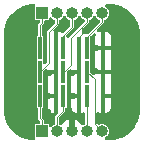
<source format=gbl>
%TF.GenerationSoftware,KiCad,Pcbnew,8.0.1*%
%TF.CreationDate,2024-09-25T01:17:28+02:00*%
%TF.ProjectId,speckle_pcb_rev1,73706563-6b6c-4655-9f70-63625f726576,rev?*%
%TF.SameCoordinates,Original*%
%TF.FileFunction,Copper,L2,Bot*%
%TF.FilePolarity,Positive*%
%FSLAX46Y46*%
G04 Gerber Fmt 4.6, Leading zero omitted, Abs format (unit mm)*
G04 Created by KiCad (PCBNEW 8.0.1) date 2024-09-25 01:17:28*
%MOMM*%
%LPD*%
G01*
G04 APERTURE LIST*
%TA.AperFunction,ComponentPad*%
%ADD10R,1.000000X1.000000*%
%TD*%
%TA.AperFunction,ComponentPad*%
%ADD11O,1.000000X1.000000*%
%TD*%
%TA.AperFunction,SMDPad,CuDef*%
%ADD12R,0.350000X1.850000*%
%TD*%
%TA.AperFunction,ViaPad*%
%ADD13C,0.600000*%
%TD*%
%TA.AperFunction,Conductor*%
%ADD14C,0.100000*%
%TD*%
G04 APERTURE END LIST*
D10*
%TO.P,J2,1,Pin_1*%
%TO.N,D7*%
X195190000Y-82220000D03*
D11*
%TO.P,J2,2,Pin_2*%
%TO.N,D8*%
X196460000Y-82220000D03*
%TO.P,J2,3,Pin_3*%
%TO.N,D4*%
X197730000Y-82220000D03*
%TO.P,J2,4,Pin_4*%
%TO.N,D5*%
X199000000Y-82220000D03*
%TO.P,J2,5,Pin_5*%
%TO.N,D1*%
X200270000Y-82220000D03*
%TD*%
D10*
%TO.P,J1,1,Pin_1*%
%TO.N,D9*%
X195180000Y-92230000D03*
D11*
%TO.P,J1,2,Pin_2*%
%TO.N,D6*%
X196450000Y-92230000D03*
%TO.P,J1,3,Pin_3*%
%TO.N,CommonAnode*%
X197720000Y-92230000D03*
%TO.P,J1,4,Pin_4*%
%TO.N,D3*%
X198990000Y-92230000D03*
%TO.P,J1,5,Pin_5*%
%TO.N,D2*%
X200260000Y-92230000D03*
%TD*%
D12*
%TO.P,D1,1,K*%
%TO.N,D1*%
X199010000Y-85210000D03*
%TO.P,D1,2,A*%
%TO.N,CommonAnode*%
X200360000Y-85210000D03*
%TD*%
%TO.P,D8,1,K*%
%TO.N,D8*%
X195001600Y-87223600D03*
%TO.P,D8,2,A*%
%TO.N,CommonAnode*%
X196351600Y-87223600D03*
%TD*%
%TO.P,D7,1,K*%
%TO.N,D7*%
X195020000Y-85210000D03*
%TO.P,D7,2,A*%
%TO.N,CommonAnode*%
X196370000Y-85210000D03*
%TD*%
%TO.P,D6,1,K*%
%TO.N,D6*%
X197008000Y-89230200D03*
%TO.P,D6,2,A*%
%TO.N,CommonAnode*%
X198358000Y-89230200D03*
%TD*%
%TO.P,D4,1,K*%
%TO.N,D4*%
X197008200Y-85217000D03*
%TO.P,D4,2,A*%
%TO.N,CommonAnode*%
X198358200Y-85217000D03*
%TD*%
%TO.P,D5,1,K*%
%TO.N,D5*%
X197008200Y-87223600D03*
%TO.P,D5,2,A*%
%TO.N,CommonAnode*%
X198358200Y-87223600D03*
%TD*%
%TO.P,D9,1,K*%
%TO.N,D9*%
X195001600Y-89230200D03*
%TO.P,D9,2,A*%
%TO.N,CommonAnode*%
X196351600Y-89230200D03*
%TD*%
%TO.P,D3,1,K*%
%TO.N,D3*%
X199014800Y-89230200D03*
%TO.P,D3,2,A*%
%TO.N,CommonAnode*%
X200364800Y-89230200D03*
%TD*%
%TO.P,D2,1,K*%
%TO.N,D2*%
X199014800Y-87223600D03*
%TO.P,D2,2,A*%
%TO.N,CommonAnode*%
X200364800Y-87223600D03*
%TD*%
D13*
%TO.N,CommonAnode*%
X199730000Y-85170000D03*
X201480000Y-85220000D03*
X192540000Y-83840000D03*
X197730000Y-90900000D03*
X201480000Y-89300000D03*
X192500000Y-86340000D03*
X193530000Y-92220000D03*
X199720000Y-87160000D03*
X201940000Y-82660000D03*
X195680000Y-89240000D03*
X192470000Y-88480000D03*
X201960000Y-92000000D03*
X198850000Y-83770000D03*
X195750000Y-87270000D03*
X194300000Y-90890000D03*
X194120000Y-89350000D03*
X201480000Y-87240000D03*
X195640000Y-83170000D03*
X202910000Y-86850000D03*
X197800000Y-89240000D03*
X202930000Y-88890000D03*
X192500000Y-90410000D03*
X198310000Y-83000000D03*
X202870000Y-91090000D03*
X194100000Y-87290000D03*
X195690000Y-90570000D03*
X197060000Y-83150000D03*
X199630000Y-82970000D03*
X200380000Y-91000000D03*
X202850000Y-84160000D03*
X197760000Y-87300000D03*
X194100000Y-85110000D03*
X193470000Y-82370000D03*
%TD*%
D14*
%TO.N,CommonAnode*%
X198850000Y-83770000D02*
X198358200Y-84261800D01*
X200364800Y-87223600D02*
X200364800Y-89230200D01*
X198358000Y-87223800D02*
X198358200Y-87223600D01*
X196351600Y-89230200D02*
X196351600Y-87223600D01*
X198358200Y-84261800D02*
X198358200Y-85217000D01*
X196370000Y-87205200D02*
X196351600Y-87223600D01*
X196370000Y-85210000D02*
X196370000Y-87205200D01*
X198358200Y-85217000D02*
X198358200Y-87223600D01*
X200360000Y-87218800D02*
X200364800Y-87223600D01*
X200360000Y-85210000D02*
X200360000Y-87218800D01*
X198358000Y-89230200D02*
X198358000Y-87223800D01*
%TO.N,D1*%
X199010000Y-84260000D02*
X199010000Y-85210000D01*
X200270000Y-82220000D02*
X200270000Y-83000000D01*
X200270000Y-83000000D02*
X199010000Y-84260000D01*
%TO.N,D2*%
X200260000Y-92230000D02*
X199640000Y-91610000D01*
X199640000Y-91610000D02*
X199640000Y-87848800D01*
X199640000Y-87848800D02*
X199014800Y-87223600D01*
%TO.N,D3*%
X198990000Y-92230000D02*
X198990000Y-89255000D01*
X198990000Y-89255000D02*
X199014800Y-89230200D01*
%TO.N,D4*%
X197008200Y-84161800D02*
X197008200Y-85217000D01*
X197730000Y-83380000D02*
X197020000Y-84090000D01*
X197730000Y-82220000D02*
X197730000Y-82240000D01*
X197730000Y-82240000D02*
X197750000Y-82260000D01*
X197020000Y-84090000D02*
X197020000Y-84150000D01*
X197730000Y-82220000D02*
X197730000Y-83380000D01*
X197020000Y-84150000D02*
X197008200Y-84161800D01*
%TO.N,D5*%
X199000000Y-82960000D02*
X199000000Y-82220000D01*
X197008200Y-87223600D02*
X197056400Y-87223600D01*
X197056400Y-87223600D02*
X197630000Y-86650000D01*
X197630000Y-86650000D02*
X197630000Y-84330000D01*
X197630000Y-84330000D02*
X199000000Y-82960000D01*
%TO.N,D6*%
X197008000Y-90492000D02*
X196450000Y-91050000D01*
X196450000Y-91050000D02*
X196450000Y-92230000D01*
X197008000Y-89230200D02*
X197008000Y-90492000D01*
%TO.N,D7*%
X195020000Y-85210000D02*
X195020000Y-83260000D01*
X195190000Y-83090000D02*
X195190000Y-82220000D01*
X195020000Y-83260000D02*
X195190000Y-83090000D01*
%TO.N,D8*%
X195750000Y-83820000D02*
X196450000Y-83120000D01*
X196450000Y-83120000D02*
X196450000Y-83030000D01*
X195750000Y-86475200D02*
X195750000Y-83820000D01*
X195001600Y-87223600D02*
X195750000Y-86475200D01*
X196450000Y-83030000D02*
X196460000Y-83020000D01*
X196460000Y-83020000D02*
X196460000Y-82220000D01*
%TO.N,D9*%
X195001600Y-91141600D02*
X195180000Y-91320000D01*
X195180000Y-91320000D02*
X195180000Y-92230000D01*
X195001600Y-89230200D02*
X195001600Y-91141600D01*
%TD*%
%TA.AperFunction,Conductor*%
%TO.N,CommonAnode*%
G36*
X194567551Y-81495184D02*
G01*
X194613306Y-81547988D01*
X194623250Y-81617146D01*
X194603617Y-81668386D01*
X194595331Y-81680786D01*
X194595329Y-81680791D01*
X194589500Y-81710098D01*
X194589500Y-82729894D01*
X194589501Y-82729902D01*
X194595330Y-82759212D01*
X194617542Y-82792457D01*
X194620289Y-82794292D01*
X194650787Y-82814669D01*
X194650790Y-82814669D01*
X194650791Y-82814670D01*
X194660647Y-82816630D01*
X194680101Y-82820500D01*
X194915500Y-82820499D01*
X194982539Y-82840183D01*
X195028294Y-82892987D01*
X195039500Y-82944499D01*
X195039500Y-82976297D01*
X195019815Y-83043336D01*
X195003181Y-83063978D01*
X194892414Y-83174744D01*
X194892412Y-83174747D01*
X194892412Y-83174748D01*
X194879778Y-83205251D01*
X194879777Y-83205252D01*
X194869501Y-83230059D01*
X194869500Y-83230065D01*
X194869500Y-84081480D01*
X194849815Y-84148519D01*
X194814388Y-84184584D01*
X194772542Y-84212542D01*
X194750332Y-84245785D01*
X194750329Y-84245791D01*
X194744500Y-84275098D01*
X194744500Y-86144894D01*
X194749147Y-86168258D01*
X194742916Y-86237849D01*
X194733003Y-86256798D01*
X194731929Y-86259391D01*
X194726100Y-86288698D01*
X194726100Y-88158494D01*
X194726101Y-88158502D01*
X194734313Y-88199793D01*
X194730731Y-88200505D01*
X194735931Y-88248934D01*
X194734044Y-88255360D01*
X194726100Y-88295298D01*
X194726100Y-90165094D01*
X194726101Y-90165102D01*
X194731930Y-90194412D01*
X194737698Y-90203044D01*
X194754143Y-90227657D01*
X194787387Y-90249869D01*
X194787389Y-90249869D01*
X194795987Y-90255614D01*
X194840794Y-90309225D01*
X194851100Y-90358719D01*
X194851100Y-91171538D01*
X194859748Y-91192414D01*
X194859751Y-91192420D01*
X194874011Y-91226851D01*
X194874012Y-91226852D01*
X194948812Y-91301652D01*
X194993181Y-91346020D01*
X195026666Y-91407343D01*
X195029500Y-91433702D01*
X195029500Y-91505500D01*
X195009815Y-91572539D01*
X194957011Y-91618294D01*
X194905501Y-91629500D01*
X194670105Y-91629500D01*
X194670097Y-91629501D01*
X194640787Y-91635330D01*
X194607542Y-91657542D01*
X194585332Y-91690785D01*
X194585329Y-91690791D01*
X194579500Y-91720098D01*
X194579500Y-92739894D01*
X194579501Y-92739902D01*
X194585330Y-92769212D01*
X194593614Y-92781610D01*
X194614491Y-92848287D01*
X194596006Y-92915667D01*
X194544026Y-92962357D01*
X194490511Y-92974499D01*
X194478749Y-92974499D01*
X194471262Y-92974273D01*
X194181203Y-92956727D01*
X194166338Y-92954922D01*
X193884201Y-92903218D01*
X193869663Y-92899634D01*
X193595832Y-92814305D01*
X193581831Y-92808996D01*
X193320263Y-92691274D01*
X193307004Y-92684315D01*
X193263940Y-92658282D01*
X193061537Y-92535925D01*
X193049217Y-92527421D01*
X193001534Y-92490064D01*
X192869679Y-92386762D01*
X192823426Y-92350525D01*
X192812218Y-92340595D01*
X192609404Y-92137781D01*
X192599474Y-92126573D01*
X192582224Y-92104555D01*
X192422574Y-91900776D01*
X192414076Y-91888465D01*
X192265681Y-91642989D01*
X192258728Y-91629743D01*
X192141001Y-91368163D01*
X192135694Y-91354167D01*
X192133155Y-91346020D01*
X192050363Y-91080329D01*
X192046781Y-91065798D01*
X191995077Y-90783661D01*
X191993272Y-90768796D01*
X191992324Y-90753122D01*
X191975725Y-90478715D01*
X191975500Y-90471241D01*
X191975500Y-83978749D01*
X191975726Y-83971262D01*
X191986605Y-83791403D01*
X191993271Y-83681202D01*
X191995076Y-83666340D01*
X191995077Y-83666338D01*
X192046780Y-83384197D01*
X192050364Y-83369663D01*
X192069996Y-83306662D01*
X192135696Y-83095822D01*
X192140998Y-83081841D01*
X192258731Y-82820249D01*
X192265676Y-82807016D01*
X192414080Y-82561526D01*
X192422567Y-82549230D01*
X192599481Y-82323417D01*
X192609396Y-82312226D01*
X192812226Y-82109395D01*
X192823417Y-82099480D01*
X193049231Y-81922567D01*
X193061527Y-81914080D01*
X193307005Y-81765682D01*
X193320264Y-81758724D01*
X193581842Y-81640998D01*
X193595823Y-81635696D01*
X193869669Y-81550362D01*
X193884198Y-81546780D01*
X194166344Y-81495075D01*
X194181201Y-81493271D01*
X194471288Y-81475724D01*
X194478761Y-81475499D01*
X194500512Y-81475499D01*
X194567551Y-81495184D01*
G37*
%TD.AperFunction*%
%TA.AperFunction,Conductor*%
G36*
X200978731Y-81475725D02*
G01*
X201268796Y-81493270D01*
X201283652Y-81495074D01*
X201565798Y-81546778D01*
X201580323Y-81550359D01*
X201854168Y-81635693D01*
X201868160Y-81640998D01*
X202129734Y-81758722D01*
X202142992Y-81765680D01*
X202388461Y-81914071D01*
X202400774Y-81922570D01*
X202626566Y-82099467D01*
X202637774Y-82109396D01*
X202840599Y-82312219D01*
X202850527Y-82323426D01*
X203006757Y-82522839D01*
X203027422Y-82549215D01*
X203035926Y-82561535D01*
X203175523Y-82792457D01*
X203184316Y-82807002D01*
X203191275Y-82820261D01*
X203308996Y-83081827D01*
X203314305Y-83095827D01*
X203399637Y-83369664D01*
X203403221Y-83384203D01*
X203454924Y-83666338D01*
X203456729Y-83681203D01*
X203474274Y-83971245D01*
X203474500Y-83978732D01*
X203474500Y-90471243D01*
X203474274Y-90478730D01*
X203456728Y-90768791D01*
X203454923Y-90783655D01*
X203403221Y-91065790D01*
X203399637Y-91080329D01*
X203314307Y-91354164D01*
X203308998Y-91368165D01*
X203191275Y-91629734D01*
X203184316Y-91642993D01*
X203035929Y-91888457D01*
X203027423Y-91900780D01*
X202850526Y-92126572D01*
X202840596Y-92137780D01*
X202637781Y-92340596D01*
X202626573Y-92350526D01*
X202400781Y-92527423D01*
X202388458Y-92535929D01*
X202142994Y-92684316D01*
X202129735Y-92691275D01*
X201868166Y-92808998D01*
X201854165Y-92814307D01*
X201580330Y-92899637D01*
X201565791Y-92903221D01*
X201283656Y-92954923D01*
X201268792Y-92956728D01*
X200978748Y-92974273D01*
X200971261Y-92974499D01*
X200641472Y-92974499D01*
X200574433Y-92954814D01*
X200528678Y-92902010D01*
X200518734Y-92832852D01*
X200547759Y-92769296D01*
X200565981Y-92752125D01*
X200688282Y-92658282D01*
X200784536Y-92532841D01*
X200845044Y-92386762D01*
X200865682Y-92230000D01*
X200845044Y-92073238D01*
X200784536Y-91927159D01*
X200688282Y-91801718D01*
X200562841Y-91705464D01*
X200555482Y-91702416D01*
X200416762Y-91644956D01*
X200416760Y-91644955D01*
X200260001Y-91624318D01*
X200259999Y-91624318D01*
X200103239Y-91644955D01*
X200103238Y-91644956D01*
X200027442Y-91676351D01*
X199957973Y-91683819D01*
X199895494Y-91652543D01*
X199892310Y-91649470D01*
X199826819Y-91583979D01*
X199793334Y-91522656D01*
X199790500Y-91496298D01*
X199790500Y-90718510D01*
X199810185Y-90651471D01*
X199862989Y-90605716D01*
X199932147Y-90595772D01*
X199957834Y-90602328D01*
X200082423Y-90648797D01*
X200082427Y-90648798D01*
X200141955Y-90655199D01*
X200141972Y-90655200D01*
X200189800Y-90655200D01*
X200189800Y-89405200D01*
X200539800Y-89405200D01*
X200539800Y-90655200D01*
X200587628Y-90655200D01*
X200587644Y-90655199D01*
X200647172Y-90648798D01*
X200647179Y-90648796D01*
X200781886Y-90598554D01*
X200781893Y-90598550D01*
X200896987Y-90512390D01*
X200896990Y-90512387D01*
X200983150Y-90397293D01*
X200983154Y-90397286D01*
X201033396Y-90262579D01*
X201033398Y-90262572D01*
X201039799Y-90203044D01*
X201039800Y-90203027D01*
X201039800Y-89405200D01*
X200539800Y-89405200D01*
X200189800Y-89405200D01*
X200189800Y-87398600D01*
X200539800Y-87398600D01*
X200539800Y-89055200D01*
X201039800Y-89055200D01*
X201039800Y-88257378D01*
X201037948Y-88240163D01*
X201037948Y-88213637D01*
X201039800Y-88196421D01*
X201039800Y-87398600D01*
X200539800Y-87398600D01*
X200189800Y-87398600D01*
X199689800Y-87398600D01*
X199684727Y-87403672D01*
X199670115Y-87453437D01*
X199617311Y-87499192D01*
X199548153Y-87509136D01*
X199484597Y-87480111D01*
X199478119Y-87474079D01*
X199326618Y-87322578D01*
X199293133Y-87261255D01*
X199290299Y-87234897D01*
X199290299Y-86288705D01*
X199290298Y-86288697D01*
X199284469Y-86259387D01*
X199284084Y-86258457D01*
X199283848Y-86256262D01*
X199282087Y-86247407D01*
X199282879Y-86247249D01*
X199276615Y-86188988D01*
X199277430Y-86186218D01*
X199277287Y-86186190D01*
X199280854Y-86168258D01*
X199285500Y-86144899D01*
X199285500Y-85385000D01*
X199685000Y-85385000D01*
X199685000Y-86182830D01*
X199689627Y-86225871D01*
X199689629Y-86247433D01*
X199689978Y-86247452D01*
X199689800Y-86250776D01*
X199689800Y-87048600D01*
X200189800Y-87048600D01*
X200189800Y-86651796D01*
X200187834Y-86648196D01*
X200185000Y-86621838D01*
X200185000Y-85385000D01*
X200535000Y-85385000D01*
X200535000Y-85781803D01*
X200536966Y-85785404D01*
X200539800Y-85811762D01*
X200539800Y-87048600D01*
X201039800Y-87048600D01*
X201039800Y-86250780D01*
X201039799Y-86250769D01*
X201035172Y-86207738D01*
X201035177Y-86186163D01*
X201034822Y-86186144D01*
X201035000Y-86182826D01*
X201035000Y-85385000D01*
X200535000Y-85385000D01*
X200185000Y-85385000D01*
X199685000Y-85385000D01*
X199285500Y-85385000D01*
X199285499Y-84275102D01*
X199285498Y-84275097D01*
X199284902Y-84269044D01*
X199286091Y-84268926D01*
X199291759Y-84205646D01*
X199319462Y-84163376D01*
X199518061Y-83964777D01*
X199579382Y-83931294D01*
X199649074Y-83936278D01*
X199705007Y-83978150D01*
X199729424Y-84043614D01*
X199721922Y-84095792D01*
X199691403Y-84177616D01*
X199691401Y-84177627D01*
X199685000Y-84237155D01*
X199685000Y-85035000D01*
X200185000Y-85035000D01*
X200185000Y-83785000D01*
X200535000Y-83785000D01*
X200535000Y-85035000D01*
X201035000Y-85035000D01*
X201035000Y-84237172D01*
X201034999Y-84237155D01*
X201028598Y-84177627D01*
X201028596Y-84177620D01*
X200978354Y-84042913D01*
X200978350Y-84042906D01*
X200892190Y-83927812D01*
X200892187Y-83927809D01*
X200777093Y-83841649D01*
X200777086Y-83841645D01*
X200642379Y-83791403D01*
X200642372Y-83791401D01*
X200582844Y-83785000D01*
X200535000Y-83785000D01*
X200185000Y-83785000D01*
X200137155Y-83785000D01*
X200077627Y-83791401D01*
X200077616Y-83791403D01*
X199995792Y-83821922D01*
X199926100Y-83826906D01*
X199864778Y-83793420D01*
X199831293Y-83732097D01*
X199836279Y-83662405D01*
X199864777Y-83618061D01*
X200397587Y-83085252D01*
X200412215Y-83049936D01*
X200420500Y-83029936D01*
X200420500Y-82890491D01*
X200440185Y-82823452D01*
X200492989Y-82777697D01*
X200497022Y-82775941D01*
X200572841Y-82744536D01*
X200698282Y-82648282D01*
X200794536Y-82522841D01*
X200855044Y-82376762D01*
X200875682Y-82220000D01*
X200855044Y-82063238D01*
X200794536Y-81917159D01*
X200698282Y-81791718D01*
X200698280Y-81791717D01*
X200698280Y-81791716D01*
X200575983Y-81697875D01*
X200534780Y-81641447D01*
X200530625Y-81571701D01*
X200564837Y-81510781D01*
X200626555Y-81478028D01*
X200651469Y-81475499D01*
X200909103Y-81475499D01*
X200971244Y-81475499D01*
X200978731Y-81475725D01*
G37*
%TD.AperFunction*%
%TA.AperFunction,Conductor*%
G36*
X198476239Y-85061685D02*
G01*
X198521994Y-85114489D01*
X198533200Y-85166000D01*
X198533200Y-88640038D01*
X198533000Y-88640719D01*
X198533000Y-90655200D01*
X198580828Y-90655200D01*
X198580844Y-90655199D01*
X198640372Y-90648798D01*
X198640377Y-90648797D01*
X198672164Y-90636941D01*
X198741856Y-90631955D01*
X198803180Y-90665439D01*
X198836666Y-90726762D01*
X198839500Y-90753122D01*
X198839500Y-91559508D01*
X198819815Y-91626547D01*
X198767011Y-91672302D01*
X198762951Y-91674070D01*
X198694513Y-91702417D01*
X198625044Y-91709885D01*
X198562565Y-91678609D01*
X198551209Y-91666520D01*
X198430528Y-91519471D01*
X198278260Y-91394507D01*
X198278253Y-91394503D01*
X198104541Y-91301652D01*
X197970000Y-91260839D01*
X197970000Y-92020382D01*
X197919554Y-91969936D01*
X197845445Y-91927149D01*
X197762787Y-91905000D01*
X197677213Y-91905000D01*
X197594555Y-91927149D01*
X197520446Y-91969936D01*
X197470000Y-92020382D01*
X197470000Y-91260839D01*
X197469999Y-91260839D01*
X197335458Y-91301652D01*
X197161746Y-91394503D01*
X197161739Y-91394507D01*
X197009474Y-91519469D01*
X196888790Y-91666521D01*
X196831043Y-91705855D01*
X196761199Y-91707724D01*
X196745485Y-91702416D01*
X196677048Y-91674069D01*
X196622644Y-91630229D01*
X196600579Y-91563935D01*
X196600500Y-91559508D01*
X196600500Y-91163701D01*
X196620185Y-91096662D01*
X196636819Y-91076020D01*
X196748093Y-90964746D01*
X197135587Y-90577252D01*
X197150647Y-90540894D01*
X197158500Y-90521936D01*
X197158500Y-90358719D01*
X197178185Y-90291680D01*
X197213613Y-90255614D01*
X197222210Y-90249869D01*
X197222213Y-90249869D01*
X197255457Y-90227657D01*
X197277669Y-90194413D01*
X197283500Y-90165099D01*
X197283499Y-89405200D01*
X197683000Y-89405200D01*
X197683000Y-90203044D01*
X197689401Y-90262572D01*
X197689403Y-90262579D01*
X197739645Y-90397286D01*
X197739649Y-90397293D01*
X197825809Y-90512387D01*
X197825812Y-90512390D01*
X197940906Y-90598550D01*
X197940913Y-90598554D01*
X198075620Y-90648796D01*
X198075627Y-90648798D01*
X198135155Y-90655199D01*
X198135172Y-90655200D01*
X198183000Y-90655200D01*
X198183000Y-89405200D01*
X197683000Y-89405200D01*
X197283499Y-89405200D01*
X197283499Y-89055200D01*
X197683000Y-89055200D01*
X198183000Y-89055200D01*
X198183000Y-87813762D01*
X198183200Y-87813080D01*
X198183200Y-87398600D01*
X197683200Y-87398600D01*
X197683200Y-88196427D01*
X197683201Y-88196446D01*
X197684950Y-88212714D01*
X197684951Y-88239223D01*
X197683000Y-88257369D01*
X197683000Y-89055200D01*
X197283499Y-89055200D01*
X197283499Y-88295302D01*
X197277669Y-88265987D01*
X197275287Y-88254007D01*
X197278942Y-88253280D01*
X197273766Y-88205121D01*
X197275812Y-88198151D01*
X197277868Y-88187814D01*
X197277869Y-88187813D01*
X197283700Y-88158499D01*
X197283699Y-87260500D01*
X197303383Y-87193462D01*
X197320013Y-87172825D01*
X197476041Y-87016798D01*
X197537361Y-86983315D01*
X197607053Y-86988299D01*
X197651400Y-87016800D01*
X197683200Y-87048600D01*
X198183200Y-87048600D01*
X198183200Y-85166000D01*
X198202885Y-85098961D01*
X198255689Y-85053206D01*
X198307200Y-85042000D01*
X198409200Y-85042000D01*
X198476239Y-85061685D01*
G37*
%TD.AperFunction*%
%TA.AperFunction,Conductor*%
G36*
X197171648Y-82482037D02*
G01*
X197202390Y-82517515D01*
X197205461Y-82522834D01*
X197205464Y-82522841D01*
X197301718Y-82648282D01*
X197427159Y-82744536D01*
X197502953Y-82775931D01*
X197557356Y-82819770D01*
X197579421Y-82886064D01*
X197579500Y-82890491D01*
X197579500Y-83266297D01*
X197559815Y-83333336D01*
X197543181Y-83353978D01*
X197016573Y-83880586D01*
X196955250Y-83914071D01*
X196885558Y-83909087D01*
X196854581Y-83892171D01*
X196787093Y-83841649D01*
X196787086Y-83841645D01*
X196652379Y-83791403D01*
X196652372Y-83791401D01*
X196592844Y-83785000D01*
X196545000Y-83785000D01*
X196545000Y-86608238D01*
X196526600Y-86670900D01*
X196526600Y-90706562D01*
X196523292Y-90706562D01*
X196520099Y-90751213D01*
X196491598Y-90795560D01*
X196322412Y-90964746D01*
X196314696Y-90983376D01*
X196312264Y-90989251D01*
X196311499Y-90991097D01*
X196311496Y-90991102D01*
X196299501Y-91020059D01*
X196299500Y-91020065D01*
X196299500Y-91559508D01*
X196279815Y-91626547D01*
X196227011Y-91672302D01*
X196222953Y-91674069D01*
X196147160Y-91705463D01*
X196128082Y-91720102D01*
X196055626Y-91775700D01*
X196021717Y-91801719D01*
X196002874Y-91826276D01*
X195946445Y-91867478D01*
X195876699Y-91871632D01*
X195815779Y-91837418D01*
X195783027Y-91775700D01*
X195780499Y-91750788D01*
X195780499Y-91720105D01*
X195780498Y-91720097D01*
X195774669Y-91690787D01*
X195752457Y-91657542D01*
X195721076Y-91636576D01*
X195719213Y-91635331D01*
X195719211Y-91635330D01*
X195719208Y-91635329D01*
X195689901Y-91629500D01*
X195689899Y-91629500D01*
X195454500Y-91629500D01*
X195387461Y-91609815D01*
X195341706Y-91557011D01*
X195330500Y-91505500D01*
X195330500Y-91290065D01*
X195330499Y-91290061D01*
X195319043Y-91262405D01*
X195319040Y-91262399D01*
X195307588Y-91234749D01*
X195188418Y-91115578D01*
X195154934Y-91054255D01*
X195152100Y-91027897D01*
X195152100Y-90358719D01*
X195171785Y-90291680D01*
X195207213Y-90255614D01*
X195215810Y-90249869D01*
X195215813Y-90249869D01*
X195249057Y-90227657D01*
X195271269Y-90194413D01*
X195277100Y-90165099D01*
X195277100Y-89405200D01*
X195676600Y-89405200D01*
X195676600Y-90203044D01*
X195683001Y-90262572D01*
X195683003Y-90262579D01*
X195733245Y-90397286D01*
X195733249Y-90397293D01*
X195819409Y-90512387D01*
X195819412Y-90512390D01*
X195934506Y-90598550D01*
X195934513Y-90598554D01*
X196069220Y-90648796D01*
X196069227Y-90648798D01*
X196128755Y-90655199D01*
X196128772Y-90655200D01*
X196176600Y-90655200D01*
X196176600Y-89405200D01*
X195676600Y-89405200D01*
X195277100Y-89405200D01*
X195277099Y-88295302D01*
X195271269Y-88265987D01*
X195268887Y-88254007D01*
X195272470Y-88253294D01*
X195267265Y-88204886D01*
X195269150Y-88198463D01*
X195271268Y-88187814D01*
X195271269Y-88187813D01*
X195277100Y-88158499D01*
X195277099Y-87398600D01*
X195676600Y-87398600D01*
X195676600Y-88196443D01*
X195678450Y-88213651D01*
X195678450Y-88240149D01*
X195676600Y-88257356D01*
X195676600Y-89055200D01*
X196176600Y-89055200D01*
X196176600Y-87398600D01*
X195676600Y-87398600D01*
X195277099Y-87398600D01*
X195277099Y-87212300D01*
X195296783Y-87145262D01*
X195313409Y-87124629D01*
X195464921Y-86973117D01*
X195526242Y-86939635D01*
X195595934Y-86944619D01*
X195651867Y-86986491D01*
X195674100Y-87046100D01*
X195676600Y-87048600D01*
X196176600Y-87048600D01*
X196176600Y-85825362D01*
X196195000Y-85762699D01*
X196195000Y-83785000D01*
X196184100Y-83774100D01*
X196150615Y-83712777D01*
X196155599Y-83643085D01*
X196184098Y-83598740D01*
X196577587Y-83205252D01*
X196582867Y-83192504D01*
X196590012Y-83175256D01*
X196590013Y-83175253D01*
X196596732Y-83159032D01*
X196600500Y-83149936D01*
X196600500Y-83098742D01*
X196609939Y-83051289D01*
X196610500Y-83049936D01*
X196610500Y-82890491D01*
X196630185Y-82823452D01*
X196682989Y-82777697D01*
X196687022Y-82775941D01*
X196762841Y-82744536D01*
X196888282Y-82648282D01*
X196984536Y-82522841D01*
X196984541Y-82522828D01*
X196987610Y-82517515D01*
X197038175Y-82469298D01*
X197106782Y-82456072D01*
X197171648Y-82482037D01*
G37*
%TD.AperFunction*%
%TA.AperFunction,Conductor*%
G36*
X195995699Y-82605497D02*
G01*
X196012874Y-82623724D01*
X196031718Y-82648282D01*
X196157159Y-82744536D01*
X196232953Y-82775931D01*
X196287356Y-82819770D01*
X196309421Y-82886064D01*
X196309500Y-82890491D01*
X196309500Y-82951256D01*
X196300061Y-82998710D01*
X196299500Y-83000063D01*
X196299500Y-83006297D01*
X196279815Y-83073336D01*
X196263181Y-83093978D01*
X195622413Y-83734745D01*
X195622412Y-83734748D01*
X195608990Y-83767151D01*
X195608989Y-83767154D01*
X195608988Y-83767153D01*
X195599500Y-83790062D01*
X195599500Y-86361498D01*
X195579815Y-86428537D01*
X195563181Y-86449179D01*
X195488780Y-86523580D01*
X195427457Y-86557065D01*
X195357765Y-86552081D01*
X195301832Y-86510209D01*
X195277415Y-86444745D01*
X195277099Y-86435899D01*
X195277099Y-86288705D01*
X195277099Y-86288702D01*
X195272453Y-86265341D01*
X195278682Y-86195753D01*
X195288595Y-86176804D01*
X195289666Y-86174217D01*
X195289669Y-86174213D01*
X195295500Y-86144899D01*
X195295499Y-84275102D01*
X195289669Y-84245787D01*
X195272600Y-84220240D01*
X195267457Y-84212542D01*
X195225612Y-84184584D01*
X195180805Y-84130972D01*
X195170500Y-84081480D01*
X195170500Y-83373701D01*
X195190185Y-83306662D01*
X195206814Y-83286024D01*
X195317587Y-83175252D01*
X195324297Y-83159049D01*
X195340500Y-83119936D01*
X195340500Y-82944499D01*
X195360185Y-82877460D01*
X195412989Y-82831705D01*
X195464500Y-82820499D01*
X195699895Y-82820499D01*
X195699898Y-82820499D01*
X195729213Y-82814669D01*
X195762457Y-82792457D01*
X195784669Y-82759213D01*
X195790500Y-82729899D01*
X195790499Y-82699211D01*
X195810182Y-82632175D01*
X195862984Y-82586419D01*
X195932143Y-82576474D01*
X195995699Y-82605497D01*
G37*
%TD.AperFunction*%
%TA.AperFunction,Conductor*%
G36*
X198441648Y-82482037D02*
G01*
X198472390Y-82517515D01*
X198475461Y-82522834D01*
X198475464Y-82522841D01*
X198571718Y-82648282D01*
X198697159Y-82744536D01*
X198741705Y-82762987D01*
X198796105Y-82806826D01*
X198818171Y-82873120D01*
X198800892Y-82940819D01*
X198781931Y-82965228D01*
X197502414Y-84244745D01*
X197495626Y-84254905D01*
X197494333Y-84254041D01*
X197459187Y-84297648D01*
X197392891Y-84319707D01*
X197325193Y-84302423D01*
X197286988Y-84261381D01*
X197284654Y-84262942D01*
X197251165Y-84212819D01*
X197230289Y-84146141D01*
X197248775Y-84078761D01*
X197266584Y-84056254D01*
X197857588Y-83465251D01*
X197869043Y-83437593D01*
X197880500Y-83409936D01*
X197880500Y-82890491D01*
X197900185Y-82823452D01*
X197952989Y-82777697D01*
X197957022Y-82775941D01*
X198032841Y-82744536D01*
X198158282Y-82648282D01*
X198254536Y-82522841D01*
X198254541Y-82522828D01*
X198257610Y-82517515D01*
X198308175Y-82469298D01*
X198376782Y-82456072D01*
X198441648Y-82482037D01*
G37*
%TD.AperFunction*%
%TA.AperFunction,Conductor*%
G36*
X199711648Y-82482037D02*
G01*
X199742390Y-82517515D01*
X199745461Y-82522834D01*
X199745464Y-82522841D01*
X199841718Y-82648282D01*
X199967159Y-82744536D01*
X199967160Y-82744536D01*
X199967161Y-82744537D01*
X200039986Y-82774702D01*
X200094390Y-82818543D01*
X200116455Y-82884837D01*
X200099176Y-82952536D01*
X200080215Y-82976944D01*
X199090882Y-83966276D01*
X199029559Y-83999761D01*
X198959867Y-83994777D01*
X198903934Y-83952905D01*
X198890388Y-83934810D01*
X198890387Y-83934809D01*
X198775293Y-83848649D01*
X198775286Y-83848645D01*
X198633308Y-83795691D01*
X198633861Y-83794207D01*
X198580972Y-83764084D01*
X198548592Y-83702170D01*
X198554825Y-83632579D01*
X198582528Y-83590310D01*
X199127588Y-83045251D01*
X199144364Y-83004749D01*
X199150500Y-82989936D01*
X199150500Y-82890491D01*
X199170185Y-82823452D01*
X199222989Y-82777697D01*
X199227022Y-82775941D01*
X199302841Y-82744536D01*
X199428282Y-82648282D01*
X199524536Y-82522841D01*
X199524541Y-82522828D01*
X199527610Y-82517515D01*
X199578175Y-82469298D01*
X199646782Y-82456072D01*
X199711648Y-82482037D01*
G37*
%TD.AperFunction*%
%TD*%
M02*

</source>
